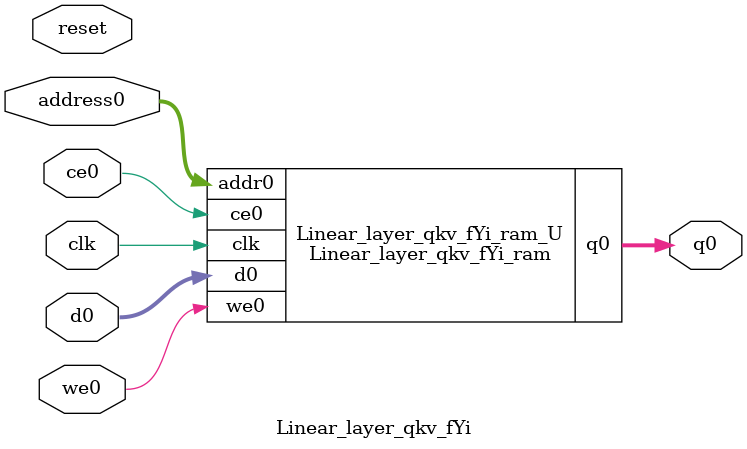
<source format=v>
`timescale 1 ns / 1 ps
module Linear_layer_qkv_fYi_ram (addr0, ce0, d0, we0, q0,  clk);

parameter DWIDTH = 32;
parameter AWIDTH = 14;
parameter MEM_SIZE = 9216;

input[AWIDTH-1:0] addr0;
input ce0;
input[DWIDTH-1:0] d0;
input we0;
output reg[DWIDTH-1:0] q0;
input clk;

(* ram_style = "block" *)reg [DWIDTH-1:0] ram[0:MEM_SIZE-1];




always @(posedge clk)  
begin 
    if (ce0) begin
        if (we0) 
            ram[addr0] <= d0; 
        q0 <= ram[addr0];
    end
end


endmodule

`timescale 1 ns / 1 ps
module Linear_layer_qkv_fYi(
    reset,
    clk,
    address0,
    ce0,
    we0,
    d0,
    q0);

parameter DataWidth = 32'd32;
parameter AddressRange = 32'd9216;
parameter AddressWidth = 32'd14;
input reset;
input clk;
input[AddressWidth - 1:0] address0;
input ce0;
input we0;
input[DataWidth - 1:0] d0;
output[DataWidth - 1:0] q0;



Linear_layer_qkv_fYi_ram Linear_layer_qkv_fYi_ram_U(
    .clk( clk ),
    .addr0( address0 ),
    .ce0( ce0 ),
    .we0( we0 ),
    .d0( d0 ),
    .q0( q0 ));

endmodule


</source>
